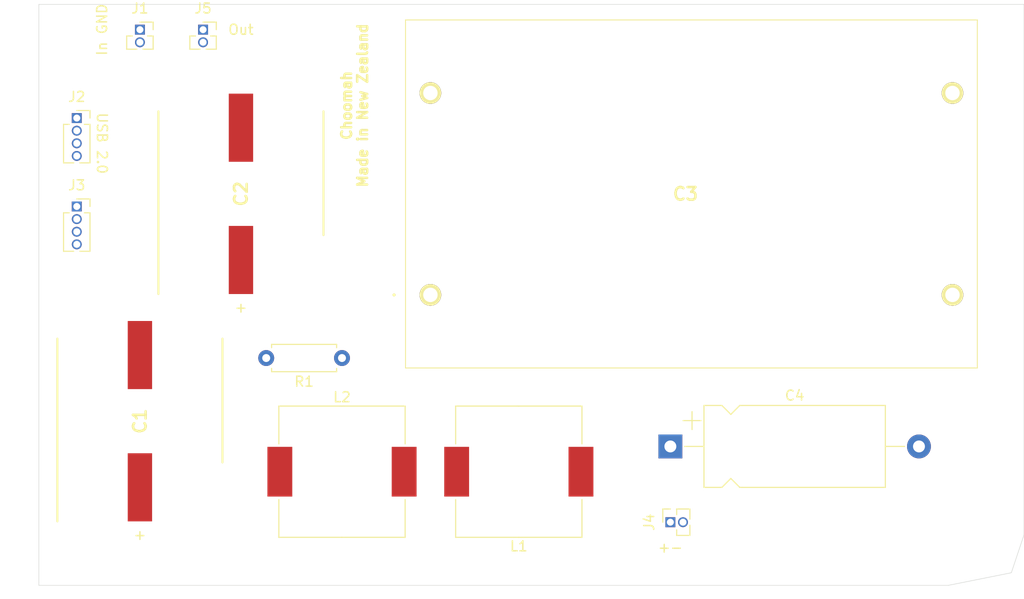
<source format=kicad_pcb>
(kicad_pcb (version 20171130) (host pcbnew "(5.1.10)-1")

  (general
    (thickness 1.6)
    (drawings 13)
    (tracks 0)
    (zones 0)
    (modules 12)
    (nets 16)
  )

  (page A4)
  (layers
    (0 F.Cu signal)
    (31 B.Cu signal)
    (32 B.Adhes user)
    (33 F.Adhes user)
    (34 B.Paste user)
    (35 F.Paste user)
    (36 B.SilkS user)
    (37 F.SilkS user)
    (38 B.Mask user)
    (39 F.Mask user)
    (40 Dwgs.User user)
    (41 Cmts.User user)
    (42 Eco1.User user)
    (43 Eco2.User user)
    (44 Edge.Cuts user)
    (45 Margin user)
    (46 B.CrtYd user)
    (47 F.CrtYd user)
    (48 B.Fab user)
    (49 F.Fab user)
  )

  (setup
    (last_trace_width 0.25)
    (trace_clearance 0.2)
    (zone_clearance 0.508)
    (zone_45_only no)
    (trace_min 0.2)
    (via_size 0.8)
    (via_drill 0.4)
    (via_min_size 0.4)
    (via_min_drill 0.3)
    (uvia_size 0.3)
    (uvia_drill 0.1)
    (uvias_allowed no)
    (uvia_min_size 0.2)
    (uvia_min_drill 0.1)
    (edge_width 0.05)
    (segment_width 0.2)
    (pcb_text_width 0.3)
    (pcb_text_size 1.5 1.5)
    (mod_edge_width 0.12)
    (mod_text_size 1 1)
    (mod_text_width 0.15)
    (pad_size 1.524 1.524)
    (pad_drill 0.762)
    (pad_to_mask_clearance 0)
    (aux_axis_origin 0 0)
    (visible_elements FFFFFF7F)
    (pcbplotparams
      (layerselection 0x010fc_ffffffff)
      (usegerberextensions false)
      (usegerberattributes true)
      (usegerberadvancedattributes true)
      (creategerberjobfile true)
      (excludeedgelayer true)
      (linewidth 0.100000)
      (plotframeref false)
      (viasonmask false)
      (mode 1)
      (useauxorigin false)
      (hpglpennumber 1)
      (hpglpenspeed 20)
      (hpglpendiameter 15.000000)
      (psnegative false)
      (psa4output false)
      (plotreference true)
      (plotvalue true)
      (plotinvisibletext false)
      (padsonsilk false)
      (subtractmaskfromsilk false)
      (outputformat 1)
      (mirror false)
      (drillshape 0)
      (scaleselection 1)
      (outputdirectory "pcbExport/"))
  )

  (net 0 "")
  (net 1 GND)
  (net 2 "Net-(C1-Pad1)")
  (net 3 "Net-(C2-Pad1)")
  (net 4 "Net-(C4-Pad2)")
  (net 5 "Net-(J1-Pad2)")
  (net 6 "Net-(J2-Pad4)")
  (net 7 "Net-(J2-Pad3)")
  (net 8 "Net-(J2-Pad2)")
  (net 9 "Net-(J2-Pad1)")
  (net 10 "Net-(J3-Pad4)")
  (net 11 "Net-(J3-Pad3)")
  (net 12 "Net-(J3-Pad2)")
  (net 13 "Net-(J3-Pad1)")
  (net 14 "Net-(J5-Pad2)")
  (net 15 "Net-(J5-Pad1)")

  (net_class Default "This is the default net class."
    (clearance 0.2)
    (trace_width 0.25)
    (via_dia 0.8)
    (via_drill 0.4)
    (uvia_dia 0.3)
    (uvia_drill 0.1)
    (add_net GND)
    (add_net "Net-(C1-Pad1)")
    (add_net "Net-(C2-Pad1)")
    (add_net "Net-(C4-Pad2)")
    (add_net "Net-(J1-Pad2)")
    (add_net "Net-(J2-Pad1)")
    (add_net "Net-(J2-Pad2)")
    (add_net "Net-(J2-Pad3)")
    (add_net "Net-(J2-Pad4)")
    (add_net "Net-(J3-Pad1)")
    (add_net "Net-(J3-Pad2)")
    (add_net "Net-(J3-Pad3)")
    (add_net "Net-(J3-Pad4)")
    (add_net "Net-(J5-Pad1)")
    (add_net "Net-(J5-Pad2)")
  )

  (module Resistor_THT:R_Axial_DIN0207_L6.3mm_D2.5mm_P7.62mm_Horizontal (layer F.Cu) (tedit 5AE5139B) (tstamp 6118D430)
    (at 58.42 72.39 180)
    (descr "Resistor, Axial_DIN0207 series, Axial, Horizontal, pin pitch=7.62mm, 0.25W = 1/4W, length*diameter=6.3*2.5mm^2, http://cdn-reichelt.de/documents/datenblatt/B400/1_4W%23YAG.pdf")
    (tags "Resistor Axial_DIN0207 series Axial Horizontal pin pitch 7.62mm 0.25W = 1/4W length 6.3mm diameter 2.5mm")
    (path /61160DE3)
    (fp_text reference R1 (at 3.81 -2.37) (layer F.SilkS)
      (effects (font (size 1 1) (thickness 0.15)))
    )
    (fp_text value 4 (at 3.81 2.37) (layer F.Fab)
      (effects (font (size 1 1) (thickness 0.15)))
    )
    (fp_line (start 8.67 -1.5) (end -1.05 -1.5) (layer F.CrtYd) (width 0.05))
    (fp_line (start 8.67 1.5) (end 8.67 -1.5) (layer F.CrtYd) (width 0.05))
    (fp_line (start -1.05 1.5) (end 8.67 1.5) (layer F.CrtYd) (width 0.05))
    (fp_line (start -1.05 -1.5) (end -1.05 1.5) (layer F.CrtYd) (width 0.05))
    (fp_line (start 7.08 1.37) (end 7.08 1.04) (layer F.SilkS) (width 0.12))
    (fp_line (start 0.54 1.37) (end 7.08 1.37) (layer F.SilkS) (width 0.12))
    (fp_line (start 0.54 1.04) (end 0.54 1.37) (layer F.SilkS) (width 0.12))
    (fp_line (start 7.08 -1.37) (end 7.08 -1.04) (layer F.SilkS) (width 0.12))
    (fp_line (start 0.54 -1.37) (end 7.08 -1.37) (layer F.SilkS) (width 0.12))
    (fp_line (start 0.54 -1.04) (end 0.54 -1.37) (layer F.SilkS) (width 0.12))
    (fp_line (start 7.62 0) (end 6.96 0) (layer F.Fab) (width 0.1))
    (fp_line (start 0 0) (end 0.66 0) (layer F.Fab) (width 0.1))
    (fp_line (start 6.96 -1.25) (end 0.66 -1.25) (layer F.Fab) (width 0.1))
    (fp_line (start 6.96 1.25) (end 6.96 -1.25) (layer F.Fab) (width 0.1))
    (fp_line (start 0.66 1.25) (end 6.96 1.25) (layer F.Fab) (width 0.1))
    (fp_line (start 0.66 -1.25) (end 0.66 1.25) (layer F.Fab) (width 0.1))
    (fp_text user %R (at 3.81 0) (layer F.Fab)
      (effects (font (size 1 1) (thickness 0.15)))
    )
    (pad 1 thru_hole circle (at 0 0 180) (size 1.6 1.6) (drill 0.8) (layers *.Cu *.Mask)
      (net 4 "Net-(C4-Pad2)"))
    (pad 2 thru_hole oval (at 7.62 0 180) (size 1.6 1.6) (drill 0.8) (layers *.Cu *.Mask)
      (net 2 "Net-(C1-Pad1)"))
    (model ${KISYS3DMOD}/Resistor_THT.3dshapes/R_Axial_DIN0207_L6.3mm_D2.5mm_P7.62mm_Horizontal.wrl
      (at (xyz 0 0 0))
      (scale (xyz 1 1 1))
      (rotate (xyz 0 0 0))
    )
  )

  (module Inductor_SMD:L_Wuerth_HCM-1390 (layer F.Cu) (tedit 5990349D) (tstamp 6118D419)
    (at 58.42 83.82)
    (descr "Inductor, Wuerth Elektronik, Wuerth_HCM-1390, 12.5mmx13.0mm")
    (tags "inductor Wuerth hcm smd")
    (path /6114F072)
    (attr smd)
    (fp_text reference L2 (at 0 -7.5) (layer F.SilkS)
      (effects (font (size 1 1) (thickness 0.15)))
    )
    (fp_text value "1.1 mH" (at 0 8) (layer F.Fab)
      (effects (font (size 1 1) (thickness 0.15)))
    )
    (fp_text user %R (at 0 0) (layer F.Fab)
      (effects (font (size 1 1) (thickness 0.15)))
    )
    (fp_line (start -7.8 -6.8) (end -7.8 6.8) (layer F.CrtYd) (width 0.05))
    (fp_line (start -7.8 6.8) (end 7.8 6.8) (layer F.CrtYd) (width 0.05))
    (fp_line (start 7.8 6.8) (end 7.8 -6.8) (layer F.CrtYd) (width 0.05))
    (fp_line (start 7.8 -6.8) (end -7.8 -6.8) (layer F.CrtYd) (width 0.05))
    (fp_line (start -6.25 -6.5) (end -6.25 6.5) (layer F.Fab) (width 0.1))
    (fp_line (start -6.25 6.5) (end 6.25 6.5) (layer F.Fab) (width 0.1))
    (fp_line (start 6.25 6.5) (end 6.25 -6.5) (layer F.Fab) (width 0.1))
    (fp_line (start 6.25 -6.5) (end -6.25 -6.5) (layer F.Fab) (width 0.1))
    (fp_line (start -6.35 -2.8) (end -6.35 -6.6) (layer F.SilkS) (width 0.12))
    (fp_line (start -6.35 -6.6) (end 0 -6.6) (layer F.SilkS) (width 0.12))
    (fp_line (start 6.35 -2.8) (end 6.35 -6.6) (layer F.SilkS) (width 0.12))
    (fp_line (start 6.35 -6.6) (end 0 -6.6) (layer F.SilkS) (width 0.12))
    (fp_line (start 6.35 2.8) (end 6.35 6.6) (layer F.SilkS) (width 0.12))
    (fp_line (start 6.35 6.6) (end 0 6.6) (layer F.SilkS) (width 0.12))
    (fp_line (start -6.35 2.8) (end -6.35 6.6) (layer F.SilkS) (width 0.12))
    (fp_line (start -6.35 6.6) (end 0 6.6) (layer F.SilkS) (width 0.12))
    (pad 2 smd rect (at 6.25 0) (size 2.5 5) (layers F.Cu F.Paste F.Mask)
      (net 3 "Net-(C2-Pad1)"))
    (pad 1 smd rect (at -6.25 0) (size 2.5 5) (layers F.Cu F.Paste F.Mask)
      (net 15 "Net-(J5-Pad1)"))
    (model ${KISYS3DMOD}/Inductor_SMD.3dshapes/L_Wuerth_HCM-1390.wrl
      (at (xyz 0 0 0))
      (scale (xyz 1 1 1))
      (rotate (xyz 0 0 0))
    )
  )

  (module Inductor_SMD:L_Wuerth_HCM-1390 (layer F.Cu) (tedit 5990349D) (tstamp 6118D402)
    (at 76.2 83.82 180)
    (descr "Inductor, Wuerth Elektronik, Wuerth_HCM-1390, 12.5mmx13.0mm")
    (tags "inductor Wuerth hcm smd")
    (path /6114E442)
    (attr smd)
    (fp_text reference L1 (at 0 -7.5) (layer F.SilkS)
      (effects (font (size 1 1) (thickness 0.15)))
    )
    (fp_text value "1.1 mH" (at 0 8) (layer F.Fab)
      (effects (font (size 1 1) (thickness 0.15)))
    )
    (fp_text user %R (at 0 0) (layer F.Fab)
      (effects (font (size 1 1) (thickness 0.15)))
    )
    (fp_line (start -7.8 -6.8) (end -7.8 6.8) (layer F.CrtYd) (width 0.05))
    (fp_line (start -7.8 6.8) (end 7.8 6.8) (layer F.CrtYd) (width 0.05))
    (fp_line (start 7.8 6.8) (end 7.8 -6.8) (layer F.CrtYd) (width 0.05))
    (fp_line (start 7.8 -6.8) (end -7.8 -6.8) (layer F.CrtYd) (width 0.05))
    (fp_line (start -6.25 -6.5) (end -6.25 6.5) (layer F.Fab) (width 0.1))
    (fp_line (start -6.25 6.5) (end 6.25 6.5) (layer F.Fab) (width 0.1))
    (fp_line (start 6.25 6.5) (end 6.25 -6.5) (layer F.Fab) (width 0.1))
    (fp_line (start 6.25 -6.5) (end -6.25 -6.5) (layer F.Fab) (width 0.1))
    (fp_line (start -6.35 -2.8) (end -6.35 -6.6) (layer F.SilkS) (width 0.12))
    (fp_line (start -6.35 -6.6) (end 0 -6.6) (layer F.SilkS) (width 0.12))
    (fp_line (start 6.35 -2.8) (end 6.35 -6.6) (layer F.SilkS) (width 0.12))
    (fp_line (start 6.35 -6.6) (end 0 -6.6) (layer F.SilkS) (width 0.12))
    (fp_line (start 6.35 2.8) (end 6.35 6.6) (layer F.SilkS) (width 0.12))
    (fp_line (start 6.35 6.6) (end 0 6.6) (layer F.SilkS) (width 0.12))
    (fp_line (start -6.35 2.8) (end -6.35 6.6) (layer F.SilkS) (width 0.12))
    (fp_line (start -6.35 6.6) (end 0 6.6) (layer F.SilkS) (width 0.12))
    (pad 2 smd rect (at 6.25 0 180) (size 2.5 5) (layers F.Cu F.Paste F.Mask)
      (net 5 "Net-(J1-Pad2)"))
    (pad 1 smd rect (at -6.25 0 180) (size 2.5 5) (layers F.Cu F.Paste F.Mask)
      (net 2 "Net-(C1-Pad1)"))
    (model ${KISYS3DMOD}/Inductor_SMD.3dshapes/L_Wuerth_HCM-1390.wrl
      (at (xyz 0 0 0))
      (scale (xyz 1 1 1))
      (rotate (xyz 0 0 0))
    )
  )

  (module Connector_PinSocket_1.27mm:PinSocket_1x02_P1.27mm_Vertical (layer F.Cu) (tedit 5A19A41F) (tstamp 6118D3EB)
    (at 44.45 39.37)
    (descr "Through hole straight socket strip, 1x02, 1.27mm pitch, single row (from Kicad 4.0.7), script generated")
    (tags "Through hole socket strip THT 1x02 1.27mm single row")
    (path /6116ED45)
    (fp_text reference J5 (at 0 -2.135) (layer F.SilkS)
      (effects (font (size 1 1) (thickness 0.15)))
    )
    (fp_text value Conn_01x02_Female (at 0 3.405) (layer F.Fab)
      (effects (font (size 1 1) (thickness 0.15)))
    )
    (fp_text user %R (at 0 0.635 90) (layer F.Fab)
      (effects (font (size 1 1) (thickness 0.15)))
    )
    (fp_line (start -1.27 -0.635) (end 0.635 -0.635) (layer F.Fab) (width 0.1))
    (fp_line (start 0.635 -0.635) (end 1.27 0) (layer F.Fab) (width 0.1))
    (fp_line (start 1.27 0) (end 1.27 1.905) (layer F.Fab) (width 0.1))
    (fp_line (start 1.27 1.905) (end -1.27 1.905) (layer F.Fab) (width 0.1))
    (fp_line (start -1.27 1.905) (end -1.27 -0.635) (layer F.Fab) (width 0.1))
    (fp_line (start -1.33 0.635) (end -0.76 0.635) (layer F.SilkS) (width 0.12))
    (fp_line (start 0.76 0.635) (end 1.33 0.635) (layer F.SilkS) (width 0.12))
    (fp_line (start -1.33 0.635) (end -1.33 1.965) (layer F.SilkS) (width 0.12))
    (fp_line (start -1.33 1.965) (end -0.30753 1.965) (layer F.SilkS) (width 0.12))
    (fp_line (start 0.30753 1.965) (end 1.33 1.965) (layer F.SilkS) (width 0.12))
    (fp_line (start 1.33 0.635) (end 1.33 1.965) (layer F.SilkS) (width 0.12))
    (fp_line (start 1.33 -0.76) (end 1.33 0) (layer F.SilkS) (width 0.12))
    (fp_line (start 0 -0.76) (end 1.33 -0.76) (layer F.SilkS) (width 0.12))
    (fp_line (start -1.8 -1.15) (end 1.75 -1.15) (layer F.CrtYd) (width 0.05))
    (fp_line (start 1.75 -1.15) (end 1.75 2.4) (layer F.CrtYd) (width 0.05))
    (fp_line (start 1.75 2.4) (end -1.8 2.4) (layer F.CrtYd) (width 0.05))
    (fp_line (start -1.8 2.4) (end -1.8 -1.15) (layer F.CrtYd) (width 0.05))
    (pad 2 thru_hole oval (at 0 1.27) (size 1 1) (drill 0.7) (layers *.Cu *.Mask)
      (net 14 "Net-(J5-Pad2)"))
    (pad 1 thru_hole rect (at 0 0) (size 1 1) (drill 0.7) (layers *.Cu *.Mask)
      (net 15 "Net-(J5-Pad1)"))
    (model ${KISYS3DMOD}/Connector_PinSocket_1.27mm.3dshapes/PinSocket_1x02_P1.27mm_Vertical.wrl
      (at (xyz 0 0 0))
      (scale (xyz 1 1 1))
      (rotate (xyz 0 0 0))
    )
  )

  (module Connector_PinSocket_1.27mm:PinSocket_1x02_P1.27mm_Vertical (layer F.Cu) (tedit 5A19A41F) (tstamp 6118D3D3)
    (at 91.44 88.9 90)
    (descr "Through hole straight socket strip, 1x02, 1.27mm pitch, single row (from Kicad 4.0.7), script generated")
    (tags "Through hole socket strip THT 1x02 1.27mm single row")
    (path /61170211)
    (fp_text reference J4 (at 0 -2.135 90) (layer F.SilkS)
      (effects (font (size 1 1) (thickness 0.15)))
    )
    (fp_text value Conn_01x02_Female (at 0 3.405 90) (layer F.Fab)
      (effects (font (size 1 1) (thickness 0.15)))
    )
    (fp_text user %R (at 0 0.635) (layer F.Fab)
      (effects (font (size 1 1) (thickness 0.15)))
    )
    (fp_line (start -1.27 -0.635) (end 0.635 -0.635) (layer F.Fab) (width 0.1))
    (fp_line (start 0.635 -0.635) (end 1.27 0) (layer F.Fab) (width 0.1))
    (fp_line (start 1.27 0) (end 1.27 1.905) (layer F.Fab) (width 0.1))
    (fp_line (start 1.27 1.905) (end -1.27 1.905) (layer F.Fab) (width 0.1))
    (fp_line (start -1.27 1.905) (end -1.27 -0.635) (layer F.Fab) (width 0.1))
    (fp_line (start -1.33 0.635) (end -0.76 0.635) (layer F.SilkS) (width 0.12))
    (fp_line (start 0.76 0.635) (end 1.33 0.635) (layer F.SilkS) (width 0.12))
    (fp_line (start -1.33 0.635) (end -1.33 1.965) (layer F.SilkS) (width 0.12))
    (fp_line (start -1.33 1.965) (end -0.30753 1.965) (layer F.SilkS) (width 0.12))
    (fp_line (start 0.30753 1.965) (end 1.33 1.965) (layer F.SilkS) (width 0.12))
    (fp_line (start 1.33 0.635) (end 1.33 1.965) (layer F.SilkS) (width 0.12))
    (fp_line (start 1.33 -0.76) (end 1.33 0) (layer F.SilkS) (width 0.12))
    (fp_line (start 0 -0.76) (end 1.33 -0.76) (layer F.SilkS) (width 0.12))
    (fp_line (start -1.8 -1.15) (end 1.75 -1.15) (layer F.CrtYd) (width 0.05))
    (fp_line (start 1.75 -1.15) (end 1.75 2.4) (layer F.CrtYd) (width 0.05))
    (fp_line (start 1.75 2.4) (end -1.8 2.4) (layer F.CrtYd) (width 0.05))
    (fp_line (start -1.8 2.4) (end -1.8 -1.15) (layer F.CrtYd) (width 0.05))
    (pad 2 thru_hole oval (at 0 1.27 90) (size 1 1) (drill 0.7) (layers *.Cu *.Mask)
      (net 2 "Net-(C1-Pad1)"))
    (pad 1 thru_hole rect (at 0 0 90) (size 1 1) (drill 0.7) (layers *.Cu *.Mask)
      (net 3 "Net-(C2-Pad1)"))
    (model ${KISYS3DMOD}/Connector_PinSocket_1.27mm.3dshapes/PinSocket_1x02_P1.27mm_Vertical.wrl
      (at (xyz 0 0 0))
      (scale (xyz 1 1 1))
      (rotate (xyz 0 0 0))
    )
  )

  (module Connector_PinSocket_1.27mm:PinSocket_1x04_P1.27mm_Vertical (layer F.Cu) (tedit 5A19A420) (tstamp 6118D3BB)
    (at 31.75 57.15)
    (descr "Through hole straight socket strip, 1x04, 1.27mm pitch, single row (from Kicad 4.0.7), script generated")
    (tags "Through hole socket strip THT 1x04 1.27mm single row")
    (path /6117C4BC)
    (fp_text reference J3 (at 0 -2.135) (layer F.SilkS)
      (effects (font (size 1 1) (thickness 0.15)))
    )
    (fp_text value Conn_01x04_Female (at 0 5.945) (layer F.Fab)
      (effects (font (size 1 1) (thickness 0.15)))
    )
    (fp_text user %R (at 0 1.905 90) (layer F.Fab)
      (effects (font (size 1 1) (thickness 0.15)))
    )
    (fp_line (start -1.27 -0.635) (end 0.635 -0.635) (layer F.Fab) (width 0.1))
    (fp_line (start 0.635 -0.635) (end 1.27 0) (layer F.Fab) (width 0.1))
    (fp_line (start 1.27 0) (end 1.27 4.445) (layer F.Fab) (width 0.1))
    (fp_line (start 1.27 4.445) (end -1.27 4.445) (layer F.Fab) (width 0.1))
    (fp_line (start -1.27 4.445) (end -1.27 -0.635) (layer F.Fab) (width 0.1))
    (fp_line (start -1.33 0.635) (end -0.76 0.635) (layer F.SilkS) (width 0.12))
    (fp_line (start 0.76 0.635) (end 1.33 0.635) (layer F.SilkS) (width 0.12))
    (fp_line (start -1.33 0.635) (end -1.33 4.505) (layer F.SilkS) (width 0.12))
    (fp_line (start -1.33 4.505) (end -0.30753 4.505) (layer F.SilkS) (width 0.12))
    (fp_line (start 0.30753 4.505) (end 1.33 4.505) (layer F.SilkS) (width 0.12))
    (fp_line (start 1.33 0.635) (end 1.33 4.505) (layer F.SilkS) (width 0.12))
    (fp_line (start 1.33 -0.76) (end 1.33 0) (layer F.SilkS) (width 0.12))
    (fp_line (start 0 -0.76) (end 1.33 -0.76) (layer F.SilkS) (width 0.12))
    (fp_line (start -1.8 -1.15) (end 1.75 -1.15) (layer F.CrtYd) (width 0.05))
    (fp_line (start 1.75 -1.15) (end 1.75 4.95) (layer F.CrtYd) (width 0.05))
    (fp_line (start 1.75 4.95) (end -1.8 4.95) (layer F.CrtYd) (width 0.05))
    (fp_line (start -1.8 4.95) (end -1.8 -1.15) (layer F.CrtYd) (width 0.05))
    (pad 4 thru_hole oval (at 0 3.81) (size 1 1) (drill 0.7) (layers *.Cu *.Mask)
      (net 10 "Net-(J3-Pad4)"))
    (pad 3 thru_hole oval (at 0 2.54) (size 1 1) (drill 0.7) (layers *.Cu *.Mask)
      (net 11 "Net-(J3-Pad3)"))
    (pad 2 thru_hole oval (at 0 1.27) (size 1 1) (drill 0.7) (layers *.Cu *.Mask)
      (net 12 "Net-(J3-Pad2)"))
    (pad 1 thru_hole rect (at 0 0) (size 1 1) (drill 0.7) (layers *.Cu *.Mask)
      (net 13 "Net-(J3-Pad1)"))
    (model ${KISYS3DMOD}/Connector_PinSocket_1.27mm.3dshapes/PinSocket_1x04_P1.27mm_Vertical.wrl
      (at (xyz 0 0 0))
      (scale (xyz 1 1 1))
      (rotate (xyz 0 0 0))
    )
  )

  (module Connector_PinSocket_1.27mm:PinSocket_1x04_P1.27mm_Vertical (layer F.Cu) (tedit 5A19A420) (tstamp 6118D3A1)
    (at 31.75 48.26)
    (descr "Through hole straight socket strip, 1x04, 1.27mm pitch, single row (from Kicad 4.0.7), script generated")
    (tags "Through hole socket strip THT 1x04 1.27mm single row")
    (path /6117304E)
    (fp_text reference J2 (at 0 -2.135) (layer F.SilkS)
      (effects (font (size 1 1) (thickness 0.15)))
    )
    (fp_text value Conn_01x04_Female (at 0 5.945) (layer F.Fab)
      (effects (font (size 1 1) (thickness 0.15)))
    )
    (fp_text user %R (at 0 1.905 90) (layer F.Fab)
      (effects (font (size 1 1) (thickness 0.15)))
    )
    (fp_line (start -1.27 -0.635) (end 0.635 -0.635) (layer F.Fab) (width 0.1))
    (fp_line (start 0.635 -0.635) (end 1.27 0) (layer F.Fab) (width 0.1))
    (fp_line (start 1.27 0) (end 1.27 4.445) (layer F.Fab) (width 0.1))
    (fp_line (start 1.27 4.445) (end -1.27 4.445) (layer F.Fab) (width 0.1))
    (fp_line (start -1.27 4.445) (end -1.27 -0.635) (layer F.Fab) (width 0.1))
    (fp_line (start -1.33 0.635) (end -0.76 0.635) (layer F.SilkS) (width 0.12))
    (fp_line (start 0.76 0.635) (end 1.33 0.635) (layer F.SilkS) (width 0.12))
    (fp_line (start -1.33 0.635) (end -1.33 4.505) (layer F.SilkS) (width 0.12))
    (fp_line (start -1.33 4.505) (end -0.30753 4.505) (layer F.SilkS) (width 0.12))
    (fp_line (start 0.30753 4.505) (end 1.33 4.505) (layer F.SilkS) (width 0.12))
    (fp_line (start 1.33 0.635) (end 1.33 4.505) (layer F.SilkS) (width 0.12))
    (fp_line (start 1.33 -0.76) (end 1.33 0) (layer F.SilkS) (width 0.12))
    (fp_line (start 0 -0.76) (end 1.33 -0.76) (layer F.SilkS) (width 0.12))
    (fp_line (start -1.8 -1.15) (end 1.75 -1.15) (layer F.CrtYd) (width 0.05))
    (fp_line (start 1.75 -1.15) (end 1.75 4.95) (layer F.CrtYd) (width 0.05))
    (fp_line (start 1.75 4.95) (end -1.8 4.95) (layer F.CrtYd) (width 0.05))
    (fp_line (start -1.8 4.95) (end -1.8 -1.15) (layer F.CrtYd) (width 0.05))
    (pad 4 thru_hole oval (at 0 3.81) (size 1 1) (drill 0.7) (layers *.Cu *.Mask)
      (net 6 "Net-(J2-Pad4)"))
    (pad 3 thru_hole oval (at 0 2.54) (size 1 1) (drill 0.7) (layers *.Cu *.Mask)
      (net 7 "Net-(J2-Pad3)"))
    (pad 2 thru_hole oval (at 0 1.27) (size 1 1) (drill 0.7) (layers *.Cu *.Mask)
      (net 8 "Net-(J2-Pad2)"))
    (pad 1 thru_hole rect (at 0 0) (size 1 1) (drill 0.7) (layers *.Cu *.Mask)
      (net 9 "Net-(J2-Pad1)"))
    (model ${KISYS3DMOD}/Connector_PinSocket_1.27mm.3dshapes/PinSocket_1x04_P1.27mm_Vertical.wrl
      (at (xyz 0 0 0))
      (scale (xyz 1 1 1))
      (rotate (xyz 0 0 0))
    )
  )

  (module Connector_PinSocket_1.27mm:PinSocket_1x02_P1.27mm_Vertical (layer F.Cu) (tedit 5A19A41F) (tstamp 6118D387)
    (at 38.1 39.37)
    (descr "Through hole straight socket strip, 1x02, 1.27mm pitch, single row (from Kicad 4.0.7), script generated")
    (tags "Through hole socket strip THT 1x02 1.27mm single row")
    (path /6116F4EC)
    (fp_text reference J1 (at 0 -2.135) (layer F.SilkS)
      (effects (font (size 1 1) (thickness 0.15)))
    )
    (fp_text value Conn_01x02_Female (at 0 3.405) (layer F.Fab)
      (effects (font (size 1 1) (thickness 0.15)))
    )
    (fp_text user %R (at 0 0.635 90) (layer F.Fab)
      (effects (font (size 1 1) (thickness 0.15)))
    )
    (fp_line (start -1.27 -0.635) (end 0.635 -0.635) (layer F.Fab) (width 0.1))
    (fp_line (start 0.635 -0.635) (end 1.27 0) (layer F.Fab) (width 0.1))
    (fp_line (start 1.27 0) (end 1.27 1.905) (layer F.Fab) (width 0.1))
    (fp_line (start 1.27 1.905) (end -1.27 1.905) (layer F.Fab) (width 0.1))
    (fp_line (start -1.27 1.905) (end -1.27 -0.635) (layer F.Fab) (width 0.1))
    (fp_line (start -1.33 0.635) (end -0.76 0.635) (layer F.SilkS) (width 0.12))
    (fp_line (start 0.76 0.635) (end 1.33 0.635) (layer F.SilkS) (width 0.12))
    (fp_line (start -1.33 0.635) (end -1.33 1.965) (layer F.SilkS) (width 0.12))
    (fp_line (start -1.33 1.965) (end -0.30753 1.965) (layer F.SilkS) (width 0.12))
    (fp_line (start 0.30753 1.965) (end 1.33 1.965) (layer F.SilkS) (width 0.12))
    (fp_line (start 1.33 0.635) (end 1.33 1.965) (layer F.SilkS) (width 0.12))
    (fp_line (start 1.33 -0.76) (end 1.33 0) (layer F.SilkS) (width 0.12))
    (fp_line (start 0 -0.76) (end 1.33 -0.76) (layer F.SilkS) (width 0.12))
    (fp_line (start -1.8 -1.15) (end 1.75 -1.15) (layer F.CrtYd) (width 0.05))
    (fp_line (start 1.75 -1.15) (end 1.75 2.4) (layer F.CrtYd) (width 0.05))
    (fp_line (start 1.75 2.4) (end -1.8 2.4) (layer F.CrtYd) (width 0.05))
    (fp_line (start -1.8 2.4) (end -1.8 -1.15) (layer F.CrtYd) (width 0.05))
    (pad 2 thru_hole oval (at 0 1.27) (size 1 1) (drill 0.7) (layers *.Cu *.Mask)
      (net 5 "Net-(J1-Pad2)"))
    (pad 1 thru_hole rect (at 0 0) (size 1 1) (drill 0.7) (layers *.Cu *.Mask)
      (net 1 GND))
    (model ${KISYS3DMOD}/Connector_PinSocket_1.27mm.3dshapes/PinSocket_1x02_P1.27mm_Vertical.wrl
      (at (xyz 0 0 0))
      (scale (xyz 1 1 1))
      (rotate (xyz 0 0 0))
    )
  )

  (module Capacitor_THT:CP_Axial_L18.0mm_D8.0mm_P25.00mm_Horizontal (layer F.Cu) (tedit 5AE50EF2) (tstamp 6118D36F)
    (at 91.44 81.28)
    (descr "CP, Axial series, Axial, Horizontal, pin pitch=25mm, , length*diameter=18*8mm^2, Electrolytic Capacitor, , http://www.vishay.com/docs/28325/021asm.pdf")
    (tags "CP Axial series Axial Horizontal pin pitch 25mm  length 18mm diameter 8mm Electrolytic Capacitor")
    (path /61163960)
    (fp_text reference C4 (at 12.5 -5.12) (layer F.SilkS)
      (effects (font (size 1 1) (thickness 0.15)))
    )
    (fp_text value "10 nF" (at 12.5 5.12) (layer F.Fab)
      (effects (font (size 1 1) (thickness 0.15)))
    )
    (fp_text user %R (at 12.5 0) (layer F.Fab)
      (effects (font (size 1 1) (thickness 0.15)))
    )
    (fp_line (start 3.5 -4) (end 3.5 4) (layer F.Fab) (width 0.1))
    (fp_line (start 21.5 -4) (end 21.5 4) (layer F.Fab) (width 0.1))
    (fp_line (start 3.5 -4) (end 5.18 -4) (layer F.Fab) (width 0.1))
    (fp_line (start 5.18 -4) (end 6.08 -3.1) (layer F.Fab) (width 0.1))
    (fp_line (start 6.08 -3.1) (end 6.98 -4) (layer F.Fab) (width 0.1))
    (fp_line (start 6.98 -4) (end 21.5 -4) (layer F.Fab) (width 0.1))
    (fp_line (start 3.5 4) (end 5.18 4) (layer F.Fab) (width 0.1))
    (fp_line (start 5.18 4) (end 6.08 3.1) (layer F.Fab) (width 0.1))
    (fp_line (start 6.08 3.1) (end 6.98 4) (layer F.Fab) (width 0.1))
    (fp_line (start 6.98 4) (end 21.5 4) (layer F.Fab) (width 0.1))
    (fp_line (start 0 0) (end 3.5 0) (layer F.Fab) (width 0.1))
    (fp_line (start 25 0) (end 21.5 0) (layer F.Fab) (width 0.1))
    (fp_line (start 5.2 0) (end 7 0) (layer F.Fab) (width 0.1))
    (fp_line (start 6.1 -0.9) (end 6.1 0.9) (layer F.Fab) (width 0.1))
    (fp_line (start 1.28 -2.6) (end 3.08 -2.6) (layer F.SilkS) (width 0.12))
    (fp_line (start 2.18 -3.5) (end 2.18 -1.7) (layer F.SilkS) (width 0.12))
    (fp_line (start 3.38 -4.12) (end 3.38 4.12) (layer F.SilkS) (width 0.12))
    (fp_line (start 21.62 -4.12) (end 21.62 4.12) (layer F.SilkS) (width 0.12))
    (fp_line (start 3.38 -4.12) (end 5.18 -4.12) (layer F.SilkS) (width 0.12))
    (fp_line (start 5.18 -4.12) (end 6.08 -3.22) (layer F.SilkS) (width 0.12))
    (fp_line (start 6.08 -3.22) (end 6.98 -4.12) (layer F.SilkS) (width 0.12))
    (fp_line (start 6.98 -4.12) (end 21.62 -4.12) (layer F.SilkS) (width 0.12))
    (fp_line (start 3.38 4.12) (end 5.18 4.12) (layer F.SilkS) (width 0.12))
    (fp_line (start 5.18 4.12) (end 6.08 3.22) (layer F.SilkS) (width 0.12))
    (fp_line (start 6.08 3.22) (end 6.98 4.12) (layer F.SilkS) (width 0.12))
    (fp_line (start 6.98 4.12) (end 21.62 4.12) (layer F.SilkS) (width 0.12))
    (fp_line (start 1.44 0) (end 3.38 0) (layer F.SilkS) (width 0.12))
    (fp_line (start 23.56 0) (end 21.62 0) (layer F.SilkS) (width 0.12))
    (fp_line (start -1.45 -4.25) (end -1.45 4.25) (layer F.CrtYd) (width 0.05))
    (fp_line (start -1.45 4.25) (end 26.45 4.25) (layer F.CrtYd) (width 0.05))
    (fp_line (start 26.45 4.25) (end 26.45 -4.25) (layer F.CrtYd) (width 0.05))
    (fp_line (start 26.45 -4.25) (end -1.45 -4.25) (layer F.CrtYd) (width 0.05))
    (pad 2 thru_hole oval (at 25 0) (size 2.4 2.4) (drill 1.2) (layers *.Cu *.Mask)
      (net 4 "Net-(C4-Pad2)"))
    (pad 1 thru_hole rect (at 0 0) (size 2.4 2.4) (drill 1.2) (layers *.Cu *.Mask)
      (net 3 "Net-(C2-Pad1)"))
    (model ${KISYS3DMOD}/Capacitor_THT.3dshapes/CP_Axial_L18.0mm_D8.0mm_P25.00mm_Horizontal.wrl
      (at (xyz 0 0 0))
      (scale (xyz 1 1 1))
      (rotate (xyz 0 0 0))
    )
  )

  (module C4AQLBW6130A3NK:C4AQLBW6130A3NK (layer F.Cu) (tedit 6115DBE5) (tstamp 6118D348)
    (at 67.31 66.04)
    (descr C4AQLBW6130A3NK-1)
    (tags Capacitor)
    (path /6114BED6)
    (fp_text reference C3 (at 25.65 -10.15) (layer F.SilkS)
      (effects (font (size 1.27 1.27) (thickness 0.254)))
    )
    (fp_text value "130 uF" (at 25.65 -10.15) (layer F.SilkS) hide
      (effects (font (size 1.27 1.27) (thickness 0.254)))
    )
    (fp_arc (start -3.65 0) (end -3.7 0) (angle -180) (layer F.SilkS) (width 0.2))
    (fp_arc (start -3.65 0) (end -3.6 0) (angle -180) (layer F.SilkS) (width 0.2))
    (fp_arc (start -3.65 0) (end -3.7 0) (angle -180) (layer F.SilkS) (width 0.2))
    (fp_line (start -3.7 0) (end -3.7 0) (layer F.SilkS) (width 0.2))
    (fp_line (start -3.6 0) (end -3.6 0) (layer F.SilkS) (width 0.2))
    (fp_line (start -3.7 0) (end -3.7 0) (layer F.SilkS) (width 0.2))
    (fp_line (start -4.7 8.35) (end -4.7 -28.65) (layer Dwgs.User) (width 0.1))
    (fp_line (start 56 8.35) (end -4.7 8.35) (layer Dwgs.User) (width 0.1))
    (fp_line (start 56 -28.65) (end 56 8.35) (layer Dwgs.User) (width 0.1))
    (fp_line (start -4.7 -28.65) (end 56 -28.65) (layer Dwgs.User) (width 0.1))
    (fp_line (start -2.5 7.35) (end -2.5 -27.65) (layer F.SilkS) (width 0.1))
    (fp_line (start 55 7.35) (end -2.5 7.35) (layer F.SilkS) (width 0.1))
    (fp_line (start 55 -27.65) (end 55 7.35) (layer F.SilkS) (width 0.1))
    (fp_line (start -2.5 -27.65) (end 55 -27.65) (layer F.SilkS) (width 0.1))
    (fp_line (start -2.5 -27.65) (end -2.5 7.35) (layer Dwgs.User) (width 0.2))
    (fp_line (start 55 -27.65) (end -2.5 -27.65) (layer Dwgs.User) (width 0.2))
    (fp_line (start 55 7.35) (end 55 -27.65) (layer Dwgs.User) (width 0.2))
    (fp_line (start -2.5 7.35) (end 55 7.35) (layer Dwgs.User) (width 0.2))
    (pad 4 thru_hole circle (at 0 -20.3 90) (size 2.175 2.175) (drill 1.45) (layers *.Cu *.Mask F.SilkS))
    (pad 3 thru_hole circle (at 52.5 -20.3 90) (size 2.175 2.175) (drill 1.45) (layers *.Cu *.Mask F.SilkS))
    (pad 2 thru_hole circle (at 52.5 0 90) (size 2.175 2.175) (drill 1.45) (layers *.Cu *.Mask F.SilkS)
      (net 2 "Net-(C1-Pad1)"))
    (pad 1 thru_hole circle (at 0 0 90) (size 2.175 2.175) (drill 1.45) (layers *.Cu *.Mask F.SilkS)
      (net 3 "Net-(C2-Pad1)"))
  )

  (module MAL215299605E3:CAPAE1660X1750N (layer F.Cu) (tedit 6115D52C) (tstamp 6118D32E)
    (at 48.26 55.88 90)
    (descr 16x16x16)
    (tags "Capacitor Polarised")
    (path /6114C901)
    (attr smd)
    (fp_text reference C2 (at 0 0 90) (layer F.SilkS)
      (effects (font (size 1.27 1.27) (thickness 0.254)))
    )
    (fp_text value "18 uF" (at 0 0 90) (layer F.SilkS) hide
      (effects (font (size 1.27 1.27) (thickness 0.254)))
    )
    (fp_line (start -4.15 8.3) (end 8.3 8.3) (layer F.SilkS) (width 0.2))
    (fp_line (start -10.075 -8.3) (end 8.3 -8.3) (layer F.SilkS) (width 0.2))
    (fp_line (start 8.3 8.3) (end 8.3 -8.3) (layer Dwgs.User) (width 0.1))
    (fp_line (start -4.15 8.3) (end 8.3 8.3) (layer Dwgs.User) (width 0.1))
    (fp_line (start -8.3 4.15) (end -4.15 8.3) (layer Dwgs.User) (width 0.1))
    (fp_line (start -8.3 -4.15) (end -8.3 4.15) (layer Dwgs.User) (width 0.1))
    (fp_line (start -4.15 -8.3) (end -8.3 -4.15) (layer Dwgs.User) (width 0.1))
    (fp_line (start 8.3 -8.3) (end -4.15 -8.3) (layer Dwgs.User) (width 0.1))
    (fp_line (start -10.575 8.8) (end -10.575 -8.8) (layer Dwgs.User) (width 0.05))
    (fp_line (start 10.575 8.8) (end -10.575 8.8) (layer Dwgs.User) (width 0.05))
    (fp_line (start 10.575 -8.8) (end 10.575 8.8) (layer Dwgs.User) (width 0.05))
    (fp_line (start -10.575 -8.8) (end 10.575 -8.8) (layer Dwgs.User) (width 0.05))
    (pad 2 smd rect (at 6.65 0 180) (size 2.45 6.85) (layers F.Cu F.Paste F.Mask)
      (net 1 GND))
    (pad 1 smd rect (at -6.65 0 180) (size 2.45 6.85) (layers F.Cu F.Paste F.Mask)
      (net 3 "Net-(C2-Pad1)"))
  )

  (module MAL215299605E3:CAPAE1660X1750N (layer F.Cu) (tedit 6115D52C) (tstamp 6118D31C)
    (at 38.1 78.74 90)
    (descr 16x16x16)
    (tags "Capacitor Polarised")
    (path /6114B46E)
    (attr smd)
    (fp_text reference C1 (at 0 0 90) (layer F.SilkS)
      (effects (font (size 1.27 1.27) (thickness 0.254)))
    )
    (fp_text value "18 uF" (at 0 0 90) (layer F.SilkS) hide
      (effects (font (size 1.27 1.27) (thickness 0.254)))
    )
    (fp_line (start -4.15 8.3) (end 8.3 8.3) (layer F.SilkS) (width 0.2))
    (fp_line (start -10.075 -8.3) (end 8.3 -8.3) (layer F.SilkS) (width 0.2))
    (fp_line (start 8.3 8.3) (end 8.3 -8.3) (layer Dwgs.User) (width 0.1))
    (fp_line (start -4.15 8.3) (end 8.3 8.3) (layer Dwgs.User) (width 0.1))
    (fp_line (start -8.3 4.15) (end -4.15 8.3) (layer Dwgs.User) (width 0.1))
    (fp_line (start -8.3 -4.15) (end -8.3 4.15) (layer Dwgs.User) (width 0.1))
    (fp_line (start -4.15 -8.3) (end -8.3 -4.15) (layer Dwgs.User) (width 0.1))
    (fp_line (start 8.3 -8.3) (end -4.15 -8.3) (layer Dwgs.User) (width 0.1))
    (fp_line (start -10.575 8.8) (end -10.575 -8.8) (layer Dwgs.User) (width 0.05))
    (fp_line (start 10.575 8.8) (end -10.575 8.8) (layer Dwgs.User) (width 0.05))
    (fp_line (start 10.575 -8.8) (end 10.575 8.8) (layer Dwgs.User) (width 0.05))
    (fp_line (start -10.575 -8.8) (end 10.575 -8.8) (layer Dwgs.User) (width 0.05))
    (pad 2 smd rect (at 6.65 0 180) (size 2.45 6.85) (layers F.Cu F.Paste F.Mask)
      (net 1 GND))
    (pad 1 smd rect (at -6.65 0 180) (size 2.45 6.85) (layers F.Cu F.Paste F.Mask)
      (net 2 "Net-(C1-Pad1)"))
  )

  (gr_text "USB 2.0" (at 34.29 50.8 270) (layer F.SilkS)
    (effects (font (size 1 1) (thickness 0.15)))
  )
  (gr_text + (at 48.26 67.31) (layer F.SilkS)
    (effects (font (size 1 1) (thickness 0.15)))
  )
  (gr_text + (at 38.1 90.17) (layer F.SilkS)
    (effects (font (size 1 1) (thickness 0.15)))
  )
  (gr_text +- (at 91.44 91.44) (layer F.SilkS)
    (effects (font (size 1 1) (thickness 0.15)))
  )
  (gr_text Out (at 48.26 39.37) (layer F.SilkS)
    (effects (font (size 1 1) (thickness 0.15)))
  )
  (gr_text "In GND" (at 34.29 39.37 90) (layer F.SilkS)
    (effects (font (size 1 1) (thickness 0.15)))
  )
  (gr_text "Choomah\nMade in New Zealand" (at 59.69 46.99 90) (layer F.SilkS)
    (effects (font (size 1 1) (thickness 0.25)))
  )
  (gr_line (start 119.38 95.25) (end 125.73 93.98) (layer Edge.Cuts) (width 0.05) (tstamp 6118F406))
  (gr_line (start 27.94 95.25) (end 119.38 95.25) (layer Edge.Cuts) (width 0.05))
  (gr_line (start 127 90.17) (end 125.73 93.98) (layer Edge.Cuts) (width 0.05))
  (gr_line (start 127 36.83) (end 127 90.17) (layer Edge.Cuts) (width 0.05))
  (gr_line (start 27.94 36.83) (end 27.94 95.25) (layer Edge.Cuts) (width 0.05))
  (gr_line (start 127 36.83) (end 27.94 36.83) (layer Edge.Cuts) (width 0.05))

)

</source>
